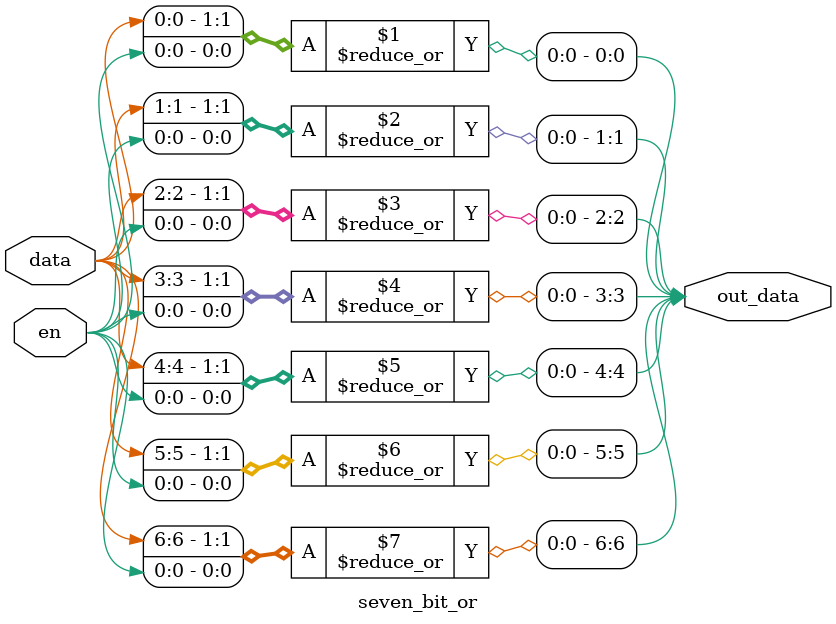
<source format=v>
module seven_bit_or(
    input [6:0] data,
    input en,
    output [6:0] out_data
);

genvar i;

generate
    for (i = 0; i < 7; i = i + 1) begin : NAND_generate
        assign out_data[i] = |{data[i], en};
    end
endgenerate

endmodule 
</source>
